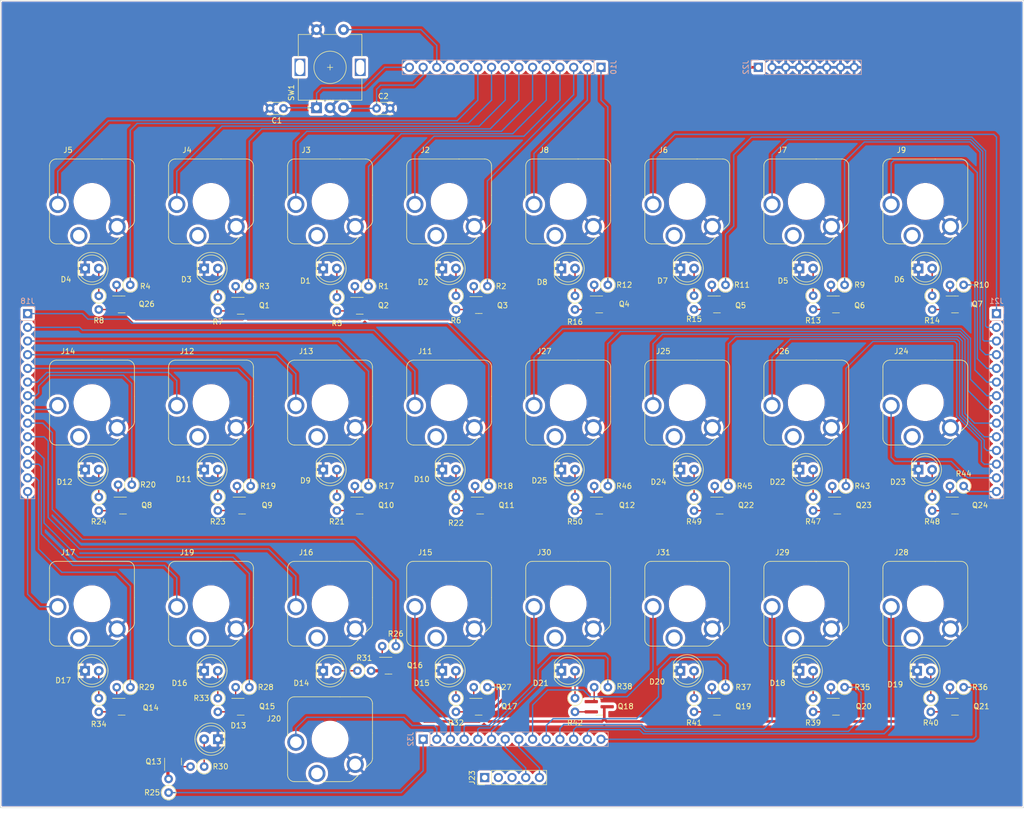
<source format=kicad_pcb>
(kicad_pcb (version 20221018) (generator pcbnew)
  (layers (0 "F.Cu" signal) (31 "B.Cu" signal) (34 "B.Paste" user) (35 "F.Paste" user) (36 "B.SilkS" user "B.Silkscreen") (37 "F.SilkS" user "F.Silkscreen") (38 "B.Mask" user) (39 "F.Mask" user) (44 "Edge.Cuts" user))
  (net 0 "")
  (net 1 "GND")
  (net 2 "Net-(D1-A)")
  (net 3 "Net-(D2-A)")
  (net 4 "Net-(D3-A)")
  (net 5 "Net-(D4-A)")
  (net 6 "Net-(D5-A)")
  (net 7 "Net-(D6-A)")
  (net 8 "Net-(D7-A)")
  (net 9 "Net-(D8-A)")
  (net 10 "Net-(D9-A)")
  (net 11 "Net-(D10-A)")
  (net 12 "Net-(D11-A)")
  (net 13 "Net-(D12-A)")
  (net 14 "Net-(D13-A)")
  (net 15 "Net-(D14-A)")
  (net 16 "Net-(D15-A)")
  (net 17 "Net-(D16-A)")
  (net 18 "Net-(D17-A)")
  (net 21 "OUTPUT4")
  (net 22 "OUTPUT3")
  (net 23 "OUTPUT2")
  (net 24 "OUTPUT1")
  (net 25 "OUTPUT6")
  (net 26 "OUTPUT7")
  (net 27 "OUTPUT5")
  (net 28 "OUTPUT8")
  (net 29 "CLKOUT")
  (net 30 "CLKLED")
  (net 31 "OUTPUT12")
  (net 32 "OUTPUT10")
  (net 33 "OUTPUT11")
  (net 34 "OUTPUT9")
  (net 35 "CC4")
  (net 36 "CC3")
  (net 37 "CC1")
  (net 38 "CC2")
  (net 39 "MIDI4")
  (net 40 "MIDI5")
  (net 41 "CC1LED")
  (net 42 "CC2LED")
  (net 43 "CC3LED")
  (net 44 "CC4LED")
  (net 45 "OUT1LED")
  (net 46 "OUT2LED")
  (net 47 "OUT3LED")
  (net 48 "OUT4LED")
  (net 49 "OUT5LED")
  (net 50 "OUT6LED")
  (net 51 "OUT7LED")
  (net 52 "OUT8LED")
  (net 53 "OUT9LED")
  (net 54 "OUT10LED")
  (net 55 "OUT11LED")
  (net 56 "OUT12LED")
  (net 57 "+12V")
  (net 61 "Net-(Q1-E)")
  (net 62 "Net-(Q1-B)")
  (net 63 "Net-(Q2-E)")
  (net 64 "Net-(Q2-B)")
  (net 65 "Net-(Q3-E)")
  (net 66 "Net-(Q3-B)")
  (net 67 "Net-(Q4-E)")
  (net 68 "Net-(Q4-B)")
  (net 69 "Net-(Q5-E)")
  (net 70 "Net-(Q5-B)")
  (net 71 "Net-(Q6-E)")
  (net 72 "Net-(Q6-B)")
  (net 73 "Net-(Q7-E)")
  (net 74 "Net-(Q7-B)")
  (net 75 "Net-(Q8-E)")
  (net 76 "Net-(Q8-B)")
  (net 77 "Net-(Q9-E)")
  (net 78 "Net-(Q9-B)")
  (net 79 "Net-(Q10-E)")
  (net 80 "Net-(Q10-B)")
  (net 81 "Net-(Q11-E)")
  (net 82 "Net-(Q11-B)")
  (net 83 "Net-(Q12-E)")
  (net 84 "Net-(Q12-B)")
  (net 85 "Net-(Q13-E)")
  (net 86 "Net-(Q13-B)")
  (net 87 "Net-(Q14-E)")
  (net 88 "Net-(Q14-B)")
  (net 89 "Net-(Q15-E)")
  (net 90 "Net-(Q15-B)")
  (net 91 "Net-(Q16-E)")
  (net 92 "Net-(Q16-B)")
  (net 93 "Net-(Q17-E)")
  (net 94 "Net-(Q17-B)")
  (net 95 "ENCB")
  (net 96 "ENCA")
  (net 97 "ENCSW")
  (net 98 "Net-(D18-A)")
  (net 99 "Net-(D19-A)")
  (net 100 "Net-(D20-A)")
  (net 101 "Net-(D21-A)")
  (net 102 "Net-(D22-A)")
  (net 103 "Net-(D23-A)")
  (net 104 "Net-(D24-A)")
  (net 105 "Net-(D25-A)")
  (net 106 "OUTPUT16")
  (net 107 "OUTPUT14")
  (net 108 "OUTPUT15")
  (net 109 "OUTPUT13")
  (net 110 "CC8")
  (net 111 "CC7")
  (net 112 "CC5")
  (net 113 "CC6")
  (net 114 "OUT13LED")
  (net 115 "OUT14LED")
  (net 116 "OUT15LED")
  (net 117 "OUT16LED")
  (net 118 "CC5LED")
  (net 119 "CC6LED")
  (net 120 "CC7LED")
  (net 121 "CC8LED")
  (net 122 "Net-(Q18-B)")
  (net 123 "Net-(Q18-E)")
  (net 124 "Net-(Q19-B)")
  (net 125 "Net-(Q19-E)")
  (net 126 "Net-(Q20-B)")
  (net 127 "Net-(Q20-E)")
  (net 128 "Net-(Q21-B)")
  (net 129 "Net-(Q21-E)")
  (net 130 "Net-(Q22-B)")
  (net 131 "Net-(Q22-E)")
  (net 132 "Net-(Q23-B)")
  (net 133 "Net-(Q23-E)")
  (net 134 "Net-(Q24-B)")
  (net 135 "Net-(Q24-E)")
  (net 136 "Net-(Q26-B)")
  (net 137 "Net-(Q26-E)")
  (footprint "Resistor_THT:R_Axial_DIN0207_L6.3mm_D2.5mm_P2.54mm_Vertical" (layer "F.Cu") (at 187.96 153.924 -90)
    (fp_text reference "R16")
    (fp_text value "1K")
  )
  (footprint "Resistor_THT:R_Axial_DIN0207_L6.3mm_D2.5mm_P2.54mm_Vertical" (layer "F.Cu") (at 105.439 226.568 180)
    (fp_text reference "R29")
    (fp_text value "10K")
  )
  (footprint "Resistor_THT:R_Axial_DIN0207_L6.3mm_D2.5mm_P2.54mm_Vertical" (layer "F.Cu") (at 99.568 153.924 -90)
    (fp_text reference "R8")
    (fp_text value "1K")
  )
  (footprint "112APCX:SOT-23-WIDE" (layer "F.Cu") (at 104.0615 192.852)
    (fp_text reference "Q8")
    (fp_text value "MMBT3904")
  )
  (footprint "Resistor_THT:R_Axial_DIN0207_L6.3mm_D2.5mm_P2.54mm_Vertical" (layer "F.Cu") (at 121.666 228.6 -90)
    (fp_text reference "R33")
    (fp_text value "1K")
  )
  (footprint "112APCX:SOT-23-WIDE" (layer "F.Cu") (at 125.9055 230.19)
    (fp_text reference "Q15")
    (fp_text value "MMBT3904")
  )
  (footprint "112APCX:SWITCHCRAFT_112APCX" (layer "F.Cu") (at 142.494 173.736)
    (fp_text reference "J13")
    (fp_text value "OUT11")
  )
  (footprint "112APCX:SOT-23-WIDE" (layer "F.Cu") (at 192.4535 192.852)
    (fp_text reference "Q12")
    (fp_text value "MMBT3904")
  )
  (footprint "112APCX:SOT-23-WIDE" (layer "F.Cu") (at 125.9055 155.768)
    (fp_text reference "Q1")
    (fp_text value "MMBT3904")
  )
  (footprint "LED_THT:LED_D5.0mm" (layer "F.Cu") (at 119.126 148.844)
    (fp_text reference "D3")
    (fp_text value "LED")
  )
  (footprint "112APCX:SOT-23-WIDE" (layer "F.Cu") (at 170.0725 230.19)
    (fp_text reference "Q17")
    (fp_text value "MMBT3904")
  )
  (footprint "112APCX:SWITCHCRAFT_112APCX" (layer "F.Cu") (at 208.788 136.398)
    (fp_text reference "J6")
    (fp_text value "OUT6")
  )
  (footprint "112APCX:SOT-23-WIDE" (layer "F.Cu") (at 258.4935 192.852)
    (fp_text reference "Q24")
    (fp_text value "MMBT3904")
  )
  (footprint "LED_THT:LED_D5.0mm" (layer "F.Cu") (at 207.518 148.844)
    (fp_text reference "D7")
    (fp_text value "LED")
  )
  (footprint "Resistor_THT:R_Axial_DIN0207_L6.3mm_D2.5mm_P2.54mm_Vertical" (layer "F.Cu") (at 260.096 189.23 180)
    (fp_text reference "R44")
    (fp_text value "10K")
  )
  (footprint "112APCX:SOT-23-WIDE" (layer "F.Cu") (at 258.4935 230.19)
    (fp_text reference "Q21")
    (fp_text value "MMBT3904")
  )
  (footprint "Resistor_THT:R_Axial_DIN0207_L6.3mm_D2.5mm_P2.54mm_Vertical" (layer "F.Cu") (at 171.704 152.146 180)
    (fp_text reference "R2")
    (fp_text value "10K")
  )
  (footprint "112APCX:SOT-23-WIDE" (layer "F.Cu") (at 170.1015 155.636)
    (fp_text reference "Q3")
    (fp_text value "MMBT3904")
  )
  (footprint "112APCX:SWITCHCRAFT_112APCX" (layer "F.Cu") (at 98.298 211.074)
    (fp_text reference "J17")
    (fp_text value "V/OCT")
  )
  (footprint "112APCX:SWITCHCRAFT_112APCX" (layer "F.Cu") (at 186.69 173.736)
    (fp_text reference "J27")
    (fp_text value "OUT13")
  )
  (footprint "Resistor_THT:R_Axial_DIN0207_L6.3mm_D2.5mm_P2.54mm_Vertical" (layer "F.Cu") (at 254.254 191.262 -90)
    (fp_text reference "R48")
    (fp_text value "1K")
  )
  (footprint "112APCX:SWITCHCRAFT_112APCX" (layer "F.Cu") (at 120.396 211.074)
    (fp_text reference "J19")
    (fp_text value "PITCHBEND")
  )
  (footprint "LED_THT:LED_D5.0mm" (layer "F.Cu") (at 229.616 186.182)
    (fp_text reference "D22")
    (fp_text value "LED")
  )
  (footprint "112APCX:SWITCHCRAFT_112APCX" (layer "F.Cu") (at 142.494 236.22)
    (fp_text reference "J20")
    (fp_text value "TRIGGEROUT")
  )
  (footprint "Resistor_THT:R_Axial_DIN0207_L6.3mm_D2.5mm_P2.54mm_Vertical" (layer "F.Cu") (at 232.156 191.233 -90)
    (fp_text reference "R47")
    (fp_text value "1K")
  )
  (footprint "Resistor_THT:R_Axial_DIN0207_L6.3mm_D2.5mm_P2.54mm_Vertical" (layer "F.Cu") (at 210.058 191.262 -90)
    (fp_text reference "R49")
    (fp_text value "1K")
  )
  (footprint "LED_THT:LED_D5.0mm" (layer "F.Cu") (at 119.121 223.52)
    (fp_text reference "D16")
    (fp_text value "LED")
  )
  (footprint "Resistor_THT:R_Axial_DIN0207_L6.3mm_D2.5mm_P2.54mm_Vertical" (layer "F.Cu") (at 254 228.6 -90)
    (fp_text reference "R40")
    (fp_text value "1K")
  )
  (footprint "112APCX:SOT-23-WIDE" (layer "F.Cu") (at 236.3955 155.514)
    (fp_text reference "Q6")
    (fp_text value "MMBT3904")
  )
  (footprint "LED_THT:LED_D5.0mm" (layer "F.Cu") (at 251.46 223.52)
    (fp_text reference "D19")
    (fp_text value "LED")
  )
  (footprint "Resistor_THT:R_Axial_DIN0207_L6.3mm_D2.5mm_P2.54mm_Vertical" (layer "F.Cu") (at 260.096 226.568 180)
    (fp_text reference "R36")
    (fp_text value "10K")
  )
  (footprint "Resistor_THT:R_Axial_DIN0207_L6.3mm_D2.5mm_P2.54mm_Vertical" (layer "F.Cu") (at 143.764 154.178 -90)
    (fp_text reference "R5")
    (fp_text value "1K")
  )
  (footprint "Resistor_THT:R_Axial_DIN0207_L6.3mm_D2.5mm_P2.54mm_Vertical" (layer "F.Cu") (at 105.41 151.892 180)
    (fp_text reference "R4")
    (fp_text value "10K")
  )
  (footprint "Resistor_THT:R_Axial_DIN0207_L6.3mm_D2.5mm_P2.54mm_Vertical" (layer "F.Cu") (at 171.958 189.23 180)
    (fp_text reference "R18")
    (fp_text value "10K")
  )
  (footprint "112APCX:SWITCHCRAFT_112APCX" (layer "F.Cu") (at 98.298 173.736)
    (fp_text reference "J14")
    (fp_text value "OUT9")
  )
  (footprint "Resistor_THT:R_Axial_DIN0207_L6.3mm_D2.5mm_P2.54mm_Vertical" (layer "F.Cu") (at 105.693 188.976 180)
    (fp_text reference "R20")
    (fp_text value "10K")
  )
  (footprint "Connector_PinHeader_2.54mm:PinHeader_1x05_P2.54mm_Vertical" (layer "F.Cu") (at 171.196 243.332 90)
    (fp_text reference "J23")
    (fp_text value "DIN-5_180degree")
  )
  (footprint "LED_THT:LED_D5.0mm" (layer "F.Cu") (at 97.028 148.844)
    (fp_text reference "D4")
    (fp_text value "LED")
  )
  (footprint "Rotary_Encoder:RotaryEncoder_Alps_EC11E-Switch_Vertical_H20mm" (layer "F.Cu") (at 139.994 119.01 90)
    (fp_text reference "SW1")
    (fp_text value "RotaryEncoder_Switch")
  )
  (footprint "112APCX:SWITCHCRAFT_112APCX" (layer "F.Cu") (at 164.592 211.074)
    (fp_text reference "J15")
    (fp_text value "TRIGGEROUT")
  )
  (footprint "112APCX:SWITCHCRAFT_112APCX" (layer "F.Cu") (at 252.984 136.398)
    (fp_text reference "J9")
    (fp_text value "OUT8")
  )
  (footprint "Capacitor_THT:C_Disc_D3.0mm_W2.0mm_P2.50mm" (layer "F.Cu") (at 133.858 119.126 180)
    (fp_text reference "C1")
    (fp_text value "0.01uF")
  )
  (footprint "Resistor_THT:R_Axial_DIN0207_L6.3mm_D2.5mm_P2.54mm_Vertical" (layer "F.Cu") (at 154.715 218.948 180)
    (fp_text reference "R26")
    (fp_text value "10K")
  )
  (footprint "Resistor_THT:R_Axial_DIN0207_L6.3mm_D2.5mm_P2.54mm_Vertical" (layer "F.Cu") (at 254.254 153.924 -90)
    (fp_text reference "R14")
    (fp_text value "1K")
  )
  (footprint "Resistor_THT:R_Axial_DIN0207_L6.3mm_D2.5mm_P2.54mm_Vertical" (layer "F.Cu") (at 127.508 226.568 180)
    (fp_text reference "R28")
    (fp_text value "10K")
  )
  (footprint "112APCX:SOT-23-WIDE" (layer "F.Cu") (at 153.3375 222.57)
    (fp_text reference "Q16")
    (fp_text value "MMBT3904")
  )
  (footprint "Resistor_THT:R_Axial_DIN0207_L6.3mm_D2.5mm_P2.54mm_Vertical" (layer "F.Cu") (at 119.126 241.3 180)
    (fp_text reference "R30")
    (fp_text value "1K")
  )
  (footprint "Resistor_THT:R_Axial_DIN0207_L6.3mm_D2.5mm_P2.54mm_Vertical" (layer "F.Cu") (at 112.522 246.126 90)
    (fp_text reference "R25")
    (fp_text value "10K")
  )
  (footprint "LED_THT:LED_D5.0mm" (layer "F.Cu") (at 121.666 236.22 180)
    (fp_text reference "D13")
    (fp_text value "LED")
  )
  (footprint "112APCX:SOT-23-WIDE" (layer "F.Cu") (at 170.3555 192.852)
    (fp_text reference "Q11")
    (fp_text value "MMBT3904")
  )
  (footprint "112APCX:SOT-23-WIDE" (layer "F.Cu") (at 126.1595 192.852)
    (fp_text reference "Q9")
    (fp_text value "MMBT3904")
  )
  (footprint "112APCX:SWITCHCRAFT_112APCX" (layer "F.Cu") (at 252.984 173.736)
    (fp_text reference "J24")
    (fp_text value "OUT16")
  )
  (footprint "Resistor_THT:R_Axial_DIN0207_L6.3mm_D2.5mm_P2.54mm_Vertical" (layer "F.Cu") (at 210.058 228.6 -90)
    (fp_text reference "R41")
    (fp_text value "1K")
  )
  (footprint "LED_THT:LED_D5.0mm" (layer "F.Cu") (at 185.42 148.844)
    (fp_text reference "D8")
    (fp_text value "LED")
  )
  (footprint "Resistor_THT:R_Axial_DIN0207_L6.3mm_D2.5mm_P2.54mm_Vertical" (layer "F.Cu") (at 99.568 191.262 -90)
    (fp_text reference "R24")
    (fp_text value "1K")
  )
  (footprint "112APCX:SOT-23-WIDE" (layer "F.Cu") (at 214.8055 192.852)
    (fp_text reference "Q22")
    (fp_text value "MMBT3904")
  )
  (footprint "112APCX:SWITCHCRAFT_112APCX" (layer "F.Cu") (at 164.592 136.398)
    (fp_text reference "J2")
    (fp_text value "OUT4")
  )
  (footprint "LED_THT:LED_D5.0mm" (layer "F.Cu") (at 141.219 148.844)
    (fp_text reference "D1")
    (fp_text value "LED")
  )
  (footprint "LED_THT:LED_D5.0mm" (layer "F.Cu") (at 163.317 223.52)
    (fp_text reference "D15")
    (fp_text value "LED")
  )
  (footprint "LED_THT:LED_D5.0mm" (layer "F.Cu") (at 207.518 186.182)
    (fp_text reference "D24")
    (fp_text value "LED")
  )
  (footprint "LED_THT:LED_D5.0mm" (layer "F.Cu") (at 229.616 148.844)
    (fp_text reference "D5")
    (fp_text value "LED")
  )
  (footprint "LED_THT:LED_D5.0mm" (layer "F.Cu") (at 185.42 223.52)
    (fp_text reference "D21")
    (fp_text value "LED")
  )
  (footprint "112APCX:SOT-23-WIDE" (layer "F.Cu") (at 103.8075 155.514)
    (fp_text reference "Q26")
    (fp_text value "MMBT3904")
  )
  (footprint "Resistor_THT:R_Axial_DIN0207_L6.3mm_D2.5mm_P2.54mm_Vertical" (layer "F.Cu") (at 149.635 189.23 180)
    (fp_text reference "R17")
    (fp_text value "10K")
  )
  (footprint "Resistor_THT:R_Axial_DIN0207_L6.3mm_D2.5mm_P2.54mm_Vertical" (layer "F.Cu") (at 260.096 151.892 180)
    (fp_text reference "R10")
    (fp_text value "10K")
  )
  (footprint "LED_THT:LED_D5.0mm" (layer "F.Cu") (at 97.023 186.182)
    (fp_text reference "D12")
    (fp_text value "LED")
  )
  (footprint "112APCX:SWITCHCRAFT_112APCX" (layer "F.Cu") (at 186.69 211.074)
    (fp_text reference "J30")
    (fp_text value "V/OCT")
  )
  (footprint "Capacitor_THT:C_Disc_D3.0mm_W2.0mm_P2.50mm" (layer "F.Cu") (at 151.13 119.126)
    (fp_text reference "C2")
    (fp_text value "0.01uF")
  )
  (footprint "Resistor_THT:R_Axial_DIN0207_L6.3mm_D2.5mm_P2.54mm_Vertical" (layer "F.Cu") (at 210.058 153.895 -90)
    (fp_text reference "R15")
    (fp_text value "1K")
  )
  (footprint "112APCX:SWITCHCRAFT_112APCX" (layer "F.Cu") (at 142.494 211.074)
    (fp_text reference "J16")
    (fp_text value "G8OUT")
  )
  (footprint "112APCX:SOT-23-WIDE" (layer "F.Cu") (at 214.2975 155.514)
    (fp_text reference "Q5")
    (fp_text value "MMBT3904")
  )
  (footprint "LED_THT:LED_D5.0mm" (layer "F.Cu") (at 163.322 148.844)
    (fp_text reference "D2")
    (fp_text value "LED")
  )
  (footprint "Resistor_THT:R_Axial_DIN0207_L6.3mm_D2.5mm_P2.54mm_Vertical" (layer "F.Cu") (at 127.762 189.23 180)
    (fp_text reference "R19")
    (fp_text value "10K")
  )
  (footprint "Resistor_THT:R_Axial_DIN0207_L6.3mm_D2.5mm_P2.54mm_Vertical" (layer "F.Cu") (at 237.998 226.568 180)
    (fp_text reference "R35")
    (fp_text value "10K")
  )
  (footprint "Resistor_THT:R_Axial_DIN0207_L6.3mm_D2.5mm_P2.54mm_Vertical" (layer "F.Cu") (at 194.056 151.892 180)
    (fp_text reference "R12")
    (fp_text value "10K")
  )
  (footprint "112APCX:SOT-23-WIDE" (layer "F.Cu") (at 236.6495 192.852)
    (fp_text reference "Q23")
    (fp_text value "MMBT3904")
  )
  (footprint "112APCX:SWITCHCRAFT_112APCX" (layer "F.Cu") (at 230.886 173.736)
    (fp_text reference "J26")
    (fp_text value "OUT15")
  )
  (footprint "Resistor_THT:R_Axial_DIN0207_L6.3mm_D2.5mm_P2.54mm_Vertical" (layer "F.Cu") (at 194.056 189.23 180)
    (fp_text reference "R46")
    (fp_text value "10K")
  )
  (footprint "Resistor_THT:R_Axial_DIN0207_L6.3mm_D2.5mm_P2.54mm_Vertical" (layer "F.Cu") (at 121.666 154.178 -90)
    (fp_text reference "R7")
    (fp_text value "1K")
  )
  (footprint "112APCX:SOT-23-WIDE" (layer "F.Cu") (at 236.3955 230.19)
    (fp_text reference "Q20")
    (fp_text value "MMBT3904")
  )
  (footprint "Resistor_THT:R_Axial_DIN0207_L6.3mm_D2.5mm_P2.54mm_Vertical" (layer "F.Cu") (at 149.635 152.146 180)
    (fp_text reference "R1")
    (fp_text value "10K")
  )
  (footprint "Resistor_THT:R_Axial_DIN0207_L6.3mm_D2.5mm_P2.54mm_Vertical" (layer "F.Cu") (at 187.96 228.6 -90)
    (fp_text reference "R42")
    (fp_text value "1K")
  )
  (footprint "Resistor_THT:R_Axial_DIN0207_L6.3mm_D2.5mm_P2.54mm_Vertical" (layer "F.Cu") (at 215.9 151.892 180)
    (fp_text reference "R11")
    (fp_text value "10K")
  )
  (footprint "112APCX:SWITCHCRAFT_112APCX" (layer "F.Cu") (at 208.788 173.736)
    (fp_text reference "J25")
    (fp_text value "OUT14")
  )
  (footprint "112APCX:SOT-23-WIDE" (layer "F.Cu") (at 148.0035 155.768)
    (fp_text reference "Q2")
    (fp_text value "MMBT3904")
  )
  (footprint "112APCX:SOT-23-WIDE" (layer "F.Cu") (at 258.4935 155.514)
    (fp_text reference "Q7")
    (fp_text value "MMBT3904")
  )
  (footprint "Resistor_THT:R_Axial_DIN0207_L6.3mm_D2.5mm_P2.54mm_Vertical" (layer "F.Cu") (at 165.862 153.924 -90)
    (fp_text reference "R6")
    (fp_text value "1K")
  )
  (footprint "112APCX:SWITCHCRAFT_112APCX" (layer "F.Cu") (at 164.592 173.736)
    (fp_text reference "J11")
    (fp_text value "OUT12")
  )
  (footprint "112APCX:SOT-23-WIDE" (layer "F.Cu") (at 192.4535 230.19)
    (fp_text reference "Q18")
    (fp_text value "MMBT3904")
  )
  (footprint "Resistor_THT:R_Axial_DIN0207_L6.3mm_D2.5mm_P2.54mm_Vertical" (layer "F.Cu") (at 121.666 191.233 -90)
    (fp_text reference "R23")
    (fp_text value "1K")
  )
  (footprint "112APCX:SWITCHCRAFT_112APCX" (layer "F.Cu") (at 208.788 211.074)
    (fp_text reference "J31")
    (fp_text value "PITCHBEND")
  )
  (footprint "112APCX:SWITCHCRAFT_112APCX" (layer "F.Cu") (at 252.984 211.074)
    (fp_text reference "J28")
    (fp_text value "TRIGGEROUT")
  )
  (footprint "112APCX:SWITCHCRAFT_112APCX" (layer "F.Cu") (at 120.396 173.736)
    (fp_text reference "J12")
    (fp_text value "OUT10")
  )
  (footprint "112APCX:SOT-23-WIDE" (layer "F.Cu") (at 103.8075 230.19)
    (fp_text reference "Q14")
    (fp_text value "MMBT3904")
  )
  (footprint "LED_THT:LED_D5.0mm" (layer "F.Cu") (at 97.023 223.52)
    (fp_text reference "D17")
    (fp_text value "LED")
  )
  (footprint "LED_THT:LED_D5.0mm" (layer "F.Cu") (at 185.415 186.182)
    (fp_text reference "D25")
    (fp_text value "LED")
  )
  (footprint "112APCX:SWITCHCRAFT_112APCX" (layer "F.Cu") (at 142.494 136.398)
    (fp_text reference "J3")
    (fp_text value "OUT3")
  )
  (footprint "LED_THT:LED_D5.0mm" (layer "F.Cu") (at 251.714 148.844)
    (fp_text reference "D6")
    (fp_text value "LED")
  )
  (footprint "LED_THT:LED_D5.0mm" (layer "F.Cu") (at 229.616 223.52)
    (fp_text reference "D18")
    (fp_text value "LED")
  )
  (footprint "Resistor_THT:R_Axial_DIN0207_L6.3mm_D2.5mm_P2.54mm_Vertical" (layer "F.Cu") (at 147.574 223.52)
    (fp_text reference "R31")
    (fp_text value "1K")
  )
  (footprint "112APCX:SOT-23-WIDE" (layer "F.Cu") (at 148.0035 192.852)
    (fp_text reference "Q10")
    (fp_text value "MMBT3904")
  )
  (footprint "LED_THT:LED_D5.0mm" (layer "F.Cu") (at 141.219 223.52)
    (fp_text reference "D14")
    (fp_text value "LED")
  )
  (footprint "112APCX:SWITCHCRAFT_112APCX" (layer "F.Cu") (at 230.886 211.074)
    (fp_text reference "J29")
    (fp_text value "G8OUT")
  )
  (footprint "Resistor_THT:R_Axial_DIN0207_L6.3mm_D2.5mm_P2.54mm_Vertical" (layer "F.Cu") (at 194.056 226.568 180)
    (fp_text reference "R38")
    (fp_text value "10K")
  )
  (footprint "112APCX:SWITCHCRAFT_112APCX" (layer "F.Cu") (at 230.886 136.398)
    (fp_text reference "J7")
    (fp_text value "OUT7")
  )
  (footprint "112APCX:SWITCHCRAFT_112APCX" (layer "F.Cu") (at 120.396 136.398)
    (fp_text reference "J4")
    (fp_text value "OUT2")
  )
  (footprint "Resistor_THT:R_Axial_DIN0207_L6.3mm_D2.5mm_P2.54mm_Vertical" (layer "F.Cu") (at 127.508 152.146 180)
    (fp_text reference "R3")
    (fp_text value "10K")
  )
  (footprint "LED_THT:LED_D5.0mm" (layer "F.Cu") (at 163.322 186.182)
    (fp_text reference "D10")
    (fp_text value "LED")
  )
  (footprint "112APCX:SOT-23-WIDE" (layer "F.Cu") (at 192.4535 155.514)
    (fp_text reference "Q4")
    (fp_text value "MMBT3904")
  )
  (footprint "112APCX:SWITCHCRAFT_112APCX" (layer "F.Cu") (at 186.69 136.398)
    (fp_text reference "J8")
    (fp_text value "OUT5")
  )
  (footprint "LED_THT:LED_D5.0mm" (layer "F.Cu") (at 207.518 223.52)
    (fp_text reference "D20")
    (fp_text value "LED")
  )
  (footprint "Resistor_THT:R_Axial_DIN0207_L6.3mm_D2.5mm_P2.54mm_Vertical" (layer "F.Cu") (at 216.437 189.23 180)
    (fp_text reference "R45")
    (fp_text value "10K")
  )
  (footprint "Resistor_THT:R_Axial_DIN0207_L6.3mm_D2.5mm_P2.54mm_Vertical" (layer "F.Cu") (at 237.998 151.892 180)
    (fp_text reference "R9")
    (fp_text value "10K")
  )
  (footprint "Resistor_THT:R_Axial_DIN0207_L6.3mm_D2.5mm_P2.54mm_Vertical" (layer "F.Cu") (at 171.704 226.568 180)
    (fp_text reference "R27")
    (fp_text value "10K")
  )
  (footprint "Resistor_THT:R_Axial_DIN0207_L6.3mm_D2.5mm_P2.54mm_Vertical" (layer "F.Cu") (at 165.862 228.6 -90)
    (fp_text reference "R32")
    (fp_text value "1K")
  )
  (footprint "Resistor_THT:R_Axial_DIN0207_L6.3mm_D2.5mm_P2.54mm_Vertical" (layer "F.Cu") (at 232.156 153.895 -90)
    (fp_text reference "R13")
    (fp_text value "1K")
  )
  (footprint "Resistor_THT:R_Axial_DIN0207_L6.3mm_D2.5mm_P2.54mm_Vertical" (layer "F.Cu") (at 187.96 191.262 -90)
    (fp_text reference "R50")
    (fp_text value "1K")
  )
  (footprint "Resistor_THT:R_Axial_DIN0207_L6.3mm_D2.5mm_P2.54mm_Vertical" (layer "F.Cu") (at 99.568 228.6 -90)
    (fp_text reference "R34")
    (fp_text value "1K")
  )
  (footprint "Resistor_THT:R_Axial_DIN0207_L6.3mm_D2.5mm_P2.54mm_Vertical" (layer "F.Cu") (at 215.9 226.568 180)
    (fp_text reference "R37")
    (fp_text value "10K")
  )
  (footprint "112APCX:SWITCHCRAFT_112APCX" (layer "F.Cu") (at 98.298 136.398)
    (fp_text reference "J5")
    (fp_text value "OUT1")
  )
  (footprint "Resistor_THT:R_Axial_DIN0207_L6.3mm_D2.5mm_P2.54mm_Vertical" (layer "F.Cu") (at 238.252 189.23 180)
    (fp_text reference "R43")
    (fp_text value "10K")
  )
  (footprint "Resistor_THT:R_Axial_DIN0207_L6.3mm_D2.5mm_P2.54mm_Vertical" (layer "F.Cu") (at 165.862 191.262 -90)
    (fp_text reference "R22")
    (fp_text value "1K")
  )
  (footprint "112APCX:SOT-23-WIDE" (layer "F.Cu") (at 113.35 240.3625 90)
    (fp_text reference "Q13")
    (fp_text value "MMBT3904")
  )
  (footprint "LED_THT:LED_D5.0mm" (layer "F.Cu") (at 119.126 186.182)
    (fp_text reference "D11")
    (fp_text value "LED")
  )
  (footprint "112APCX:SOT-23-WIDE" (layer "F.Cu") (at 214.2975 230.19)
    (fp_text reference "Q19")
    (fp_text value "MMBT3904")
  )
  (footprint "LED_THT:LED_D5.0mm" (layer "F.Cu") (at 141.224 186.182)
    (fp_text reference "D9")
    (fp_text value "LED")
  )
  (footprint "Resistor_THT:R_Axial_DIN0207_L6.3mm_D2.5mm_P2.54mm_Vertical" (layer "F.Cu") (at 232.156 228.6 -90)
    (fp_text reference "R39")
    (fp_text value "1K")
  )
  (footprint "Resistor_THT:R_Axial_DIN0207_L6.3mm_D2.5mm_P2.54mm_Vertical" (layer "F.Cu") (at 143.764 191.233 -90)
    (fp_text reference "R21")
    (fp_text value "1K")
  )
  (footprint "LED_THT:LED_D5.0mm" (layer "F.Cu") (at 251.714 186.182)
    (fp_text reference "D23")
    (fp_text value "LED")
  )
  (footprint "Connector_PinHeader_2.54mm:PinHeader_1x14_P2.54mm_Vertical" (layer "B.Cu") (at 86.36 157.226 180)
    (fp_text reference "J18")
    (fp_text value "Conn_01x14")
  )
  (footprint "Connector_PinHeader_2.54mm:PinHeader_1x14_P2.54mm_Vertical" (layer "B.Cu") (at 266.192 157.226 180)
    (fp_text reference "J21")
    (fp_text value "Conn_01x14")
  )
  (footprint "Connector_PinHeader_2.54mm:PinHeader_1x15_P2.54mm_Vertical" (layer "B.Cu") (at 192.786 111.506 90)
    (fp_text reference "J10")
    (fp_text value "Conn_01x15")
  )
  (footprint "Connector_PinHeader_2.54mm:PinHeader_1x14_P2.54mm_Vertical" (layer "B.Cu") (at 159.766 236.22 -90)
    (fp_text reference "J32")
    (fp_text value "Conn_01x14")
  )
  (footprint "Connector_PinHeader_2.54mm:PinHeader_1x08_P2.54mm_Vertical" (layer "B.Cu") (at 221.996 111.506 -90)
    (fp_text reference "J22")
    (fp_text value "Conn_01x08")
  )
  (gr_line (start 81.28 248.92) (end 271.272 248.92) (stroke (width 0.1)) (layer "Edge.Cuts"))
  (gr_line (start 271.272 248.92) (end 271.272 99.06) (stroke (width 0.1)) (layer "Edge.Cuts"))
  (gr_line (start 81.28 99.06) (end 81.28 248.92) (stroke (width 0.1)) (layer "Edge.Cuts"))
  (gr_line (start 271.272 99.06) (end 81.28 99.06) (stroke (width 0.1)) (layer "Edge.Cuts"))
  (segment (start 143.759 148.844) (end 143.759 154.173) (width 0.25) (layer "F.Cu") (net 2))
  (segment (start 143.759 154.173) (end 143.764 154.178) (width 0.25) (layer "F.Cu") (net 2))
  (segment (start 165.862 148.844) (end 165.862 153.924) (width 0.25) (layer "F.Cu") (net 3))
  (segment (start 121.666 148.844) (end 121.666 154.178) (width 0.25) (layer "F.Cu") (net 4))
  (segment (start 99.568 148.844) (end 99.568 153.924) (width 0.25) (layer "F.Cu") (net 5))
  (segment (start 232.156 148.844) (end 232.156 153.895) (width 0.25) (layer "F.Cu") (net 6))
  (segment (start 254.254 148.844) (end 254.254 153.924) (width 0.25) (layer "F.Cu") (net 7))
  (segment (start 210.058 148.844) (end 210.058 153.895) (width 0.25) (layer "F.Cu") (net 8))
  (segment (start 187.96 148.844) (end 187.96 153.924) (width 0.25) (layer "F.Cu") (net 9))
  (segment (start 143.764 186.182) (end 143.764 191.233) (width 0.25) (layer "F.Cu") (net 10))
  (segment (start 165.862 186.182) (end 165.862 191.262) (width 0.25) (layer "F.Cu") (net 11))
  (segment (start 121.666 186.182) (end 121.666 191.233) (width 0.25) (layer "F.Cu") (net 12))
  (segment (start 99.563 191.257) (end 99.568 191.262) (width 0.25) (layer "F.Cu") (net 13))
  (segment (start 99.563 186.182) (end 99.563 191.257) (width 0.25) (layer "F.Cu") (net 13))
  (segment (start 119.126 236.22) (end 119.126 241.3) (width 0.25) (layer "F.Cu") (net 14))
  (segment (start 143.759 223.52) (end 147.574 223.52) (width 0.25) (layer "F.Cu") (net 15))
  (segment (start 165.857 223.52) (end 165.857 228.595) (width 0.25) (layer "F.Cu") (net 16))
  (segment (start 165.857 228.595) (end 165.862 228.6) (width 0.25) (layer "F.Cu") (net 16))
  (segment (start 121.661 228.595) (end 121.666 228.6) (width 0.25) (layer "F.Cu") (net 17))
  (segment (start 121.661 223.52) (end 121.661 228.595) (width 0.25) (layer "F.Cu") (net 17))
  (segment (start 99.563 223.52) (end 99.563 228.595) (width 0.25) (layer "F.Cu") (net 18))
  (segment (start 99.563 228.595) (end 99.568 228.6) (width 0.25) (layer "F.Cu") (net 18))
  (segment (start 161.798 124.286) (end 178.482 124.286) (width 0.25) (layer "B.Cu") (net 21))
  (segment (start 178.482 124.286) (end 185.166 117.602) (width 0.25) (layer "B.Cu") (net 21))
  (segment (start 158.242 127.842) (end 161.798 124.286) (width 0.25) (layer "B.Cu") (net 21))
  (segment (start 158.242 136.9568) (end 158.242 127.842) (width 0.25) (layer "B.Cu") (net 21))
  (segment (start 185.166 117.602) (end 185.166 111.506) (width 0.25) (layer "B.Cu") (net 21))
  (segment (start 136.144 136.9568) (end 136.144 125.418) (width 0.25) (layer "B.Cu") (net 22))
  (segment (start 180.086 117.602) (end 180.086 111.506) (width 0.25) (layer "B.Cu") (net 22))
  (segment (start 136.144 125.418) (end 138.176 123.386) (width 0.25) (layer "B.Cu") (net 22))
  (segment (start 138.176 123.386) (end 174.302 123.386) (width 0.25) (layer "B.Cu") (net 22))
  (segment (start 174.302 123.386) (end 180.086 117.602) (width 0.25) (layer "B.Cu") (net 22))
  (segment (start 175.006 111.506) (end 175.006 117.602) (width 0.25) (layer "B.Cu") (net 23))
  (segment (start 175.006 117.602) (end 170.18 122.428) (width 0.25) (layer "B.Cu") (net 23))
  (segment (start 170.18 122.428) (end 122.428 122.428) (width 0.25) (layer "B.Cu") (net 23))
  (segment (start 122.428 122.428) (end 114.046 130.81) (width 0.25) (layer "B.Cu") (net 23))
  (segment (start 114.046 130.81) (end 114.046 136.9568) (width 0.25) (layer "B.Cu") (net 23))
  (segment (start 169.926 117.602) (end 166.116 121.412) (width 0.25) (layer "B.Cu") (net 24))
  (segment (start 101.346 121.412) (end 91.948 130.81) (width 0.25) (layer "B.Cu") (net 24))
  (segment (start 166.116 121.412) (end 101.346 121.412) (width 0.25) (layer "B.Cu") (net 24))
  (segment (start 169.926 111.506) (end 169.926 117.602) (width 0.25) (layer "B.Cu") (net 24))
  (segment (start 91.948 130.81) (end 91.948 136.9568) (width 0.25) (layer "B.Cu") (net 24))
  (segment (start 206.502 123.952) (end 265.684 123.952) (width 0.25) (layer "B.Cu") (net 25))
  (segment (start 265.684 123.952) (end 266.192 124.46) (width 0.25) (layer "B.Cu") (net 25))
  (segment (start 202.438 136.9568) (end 202.438 128.016) (width 0.25) (layer "B.Cu") (net 25))
  (segment (start 202.438 128.016) (end 206.502 123.952) (width 0.25) (layer "B.Cu") (net 25))
  (segment (start 266.192 124.46) (end 266.192 157.226) (width 0.25) (layer "B.Cu") (net 25))
  (segment (start 263.906 162.306) (end 263.652 162.052) (width 0.25) (layer "B.Cu") (net 26))
  (segment (start 261.433604 124.91) (end 227.388 124.91) (width 0.25) (layer "B.Cu") (net 26))
  (segment (start 263.652 162.052) (end 263.652 127.128396) (width 0.25) (layer "B.Cu") (net 26))
  (segment (start 263.652 127.128396) (end 261.433604 124.91) (width 0.25) (layer "B.Cu") (net 26))
  (segment (start 266.192 162.306) (end 263.906 162.306) (width 0.25) (layer "B.Cu") (net 26))
  (segment (start 224.536 127.762) (end 224.536 136.9568) (width 0.25) (layer "B.Cu") (net 26))
  (segment (start 227.388 124.91) (end 224.536 127.762) (width 0.25) (layer "B.Cu") (net 26))
  (segment (start 180.34 136.9568) (end 180.34 127.508) (width 0.25) (layer "B.Cu") (net 27))
  (segment (start 190.246 117.602) (end 190.246 111.506) (width 0.25) (layer "B.Cu") (net 27))
  (segment (start 180.34 127.508) (end 190.246 117.602) (width 0.25) (layer "B.Cu") (net 27))
  (segment (start 260.35 128.778) (end 247.142 128.778) (width 0.25) (layer "B.Cu") (net 28))
  (segment (start 266.192 167.386) (end 264.414 167.386) (width 0.25) (layer "B.Cu") (net 28))
  (segment (start 262.636 165.608) (end 262.636 131.064) (width 0.25) (layer "B.Cu") (net 28))
  (segment (start 247.142 128.778) (end 246.634 129.286) (width 0.25) (layer "B.Cu") (net 28))
  (segment (start 246.634 129.286) (end 246.634 136.9568) (width 0.25) (layer "B.Cu") (net 28))
  (segment (start 262.636 131.064) (end 260.35 128.778) (width 0.25) (layer "B.Cu") (net 28))
  (segment (start 264.414 167.386) (end 262.636 165.608) (width 0.25) (layer "B.Cu") (net 28))
  (segment (start 161.798 233.68) (end 162.306 234.188) (width 0.25) (layer "B.Cu") (net 29))
  (segment (start 156.21 232.156) (end 157.734 233.68) (width 0.25) (layer "B.Cu") (net 29))
  (segment (start 157.734 233.68) (end 161.798 233.68) (width 0.25) (layer "B.Cu") (net 29))
  (segment (start 136.144 234.188) (end 138.176 232.156) (width 0.25) (layer "B.Cu") (net 29))
  (segment (start 138.176 232.156) (end 156.21 232.156) (width 0.25) (layer "B.Cu") (net 29))
  (segment (start 162.306 234.188) (end 162.306 236.22) (width 0.25) (layer "B.Cu") (net 29))
  (segment (start 136.144 236.7788) (end 136.144 234.188) (width 0.25) (layer "B.Cu") (net 29))
  (segment (start 112.522 246.126) (end 155.702 246.126) (width 0.25) (layer "B.Cu") (net 30))
  (segment (start 155.702 246.126) (end 159.766 242.062) (width 0.25) (layer "B.Cu") (net 30))
  (segment (start 159.766 242.062) (end 159.766 236.22) (width 0.25) (layer "B.Cu") (net 30))
  (segment (start 96.012 159.766) (end 96.52 160.274) (width 0.25) (layer "B.Cu") (net 31))
  (segment (start 150.622 160.274) (end 158.242 167.894) (width 0.25) (layer "B.Cu") (net 31))
  (segment (start 86.36 159.766) (end 96.012 159.766) (width 0.25) (layer "B.Cu") (net 31))
  (segment (start 158.242 167.894) (end 158.242 174.2948) (width 0.25) (layer "B.Cu") (net 31))
  (segment (start 96.52 160.274) (end 150.622 160.274) (width 0.25) (layer "B.Cu") (net 31))
  (segment (start 89.916 168.148) (end 112.522 168.148) (width 0.25) (layer "B.Cu") (net 32))
  (segment (start 112.522 168.148) (end 114.046 169.672) (width 0.25) (layer "B.Cu") (net 32))
  (segment (start 114.046 169.672) (end 114.046 174.2948) (width 0.25) (layer "B.Cu") (net 32))
  (segment (start 86.36 169.926) (end 88.138 169.926) (width 0.25) (layer "B.Cu") (net 32))
  (segment (start 88.138 169.926) (end 89.916 168.148) (width 0.25) (layer "B.Cu") (net 32))
  (segment (start 136.144 168.402) (end 136.144 174.2948) (width 0.25) (layer "B.Cu") (net 33))
  (segment (start 132.588 164.846) (end 136.144 168.402) (width 0.25) (layer "B.Cu") (net 33))
  (segment (start 86.36 164.846) (end 132.588 164.846) (width 0.25) (layer "B.Cu") (net 33))
  (segment (start 86.36 175.006) (end 91.2368 175.006) (width 0.25) (layer "B.Cu") (net 34))
  (segment (start 91.2368 175.006) (end 91.948 174.2948) (width 0.25) (layer "B.Cu") (net 34))
  (segment (start 158.242 226.822) (end 164.846 233.426) (width 0.25) (layer "B.Cu") (net 35))
  (segment (start 164.846 233.426) (end 164.846 236.22) (width 0.25) (layer "B.Cu") (net 35))
  (segment (start 158.242 211.6328) (end 158.242 226.822) (width 0.25) (layer "B.Cu") (net 35))
  (segment (start 90.17 180.848) (end 90.17 195.072) (width 0.25) (layer "B.Cu") (net 36))
  (segment (start 86.36 180.086) (end 89.408 180.086) (width 0.25) (layer "B.Cu") (net 36))
  (segment (start 89.408 180.086) (end 90.17 180.848) (width 0.25) (layer "B.Cu") (net 36))
  (segment (start 131.064 200.914) (end 136.144 205.994) (width 0.25) (layer "B.Cu") (net 36))
  (segment (start 96.012 200.914) (end 131.064 200.914) (width 0.25) (layer "B.Cu") (net 36))
  (segment (start 90.17 195.072) (end 96.012 200.914) (width 0.25) (layer "B.Cu") (net 36))
  (segment (start 136.144 205.994) (end 136.144 211.6328) (width 0.25) (layer "B.Cu") (net 36))
  (segment (start 86.36 209.296) (end 88.6968 211.6328) (width 0.25) (layer "B.Cu") (net 37))
  (segment (start 88.6968 211.6328) (end 91.948 211.6328) (width 0.25) (layer "B.Cu") (net 37))
  (segment (start 86.36 190.246) (end 86.36 209.296) (width 0.25) (layer "B.Cu") (net 37))
  (segment (start 114.046 206.248) (end 114.046 211.6328) (width 0.25) (layer "B.Cu") (net 38))
  (segment (start 88.9 185.674) (end 88.9 198.12) (width 0.25) (layer "B.Cu") (net 38))
  (segment (start 88.392 185.166) (end 88.9 185.674) (width 0.25) (layer "B.Cu") (net 38))
  (segment (start 86.36 185.166) (end 88.392 185.166) (width 0.25) (layer "B.Cu") (net 38))
  (segment (start 88.9 198.12) (end 94.742 203.962) (width 0.25) (layer "B.Cu") (net 38))
  (segment (start 111.76 203.962) (end 114.046 206.248) (width 0.25) (layer "B.Cu") (net 38))
  (segment (start 94.742 203.962) (end 111.76 203.962) (width 0.25) (layer "B.Cu") (net 38))
  (segment (start 175.006 236.22) (end 175.006 237.744) (width 0.25) (layer "B.Cu") (net 39))
  (segment (start 175.006 237.744) (end 178.816 241.554) (width 0.25) (layer "B.Cu") (net 39))
  (segment (start 178.816 241.554) (end 178.816 243.332) (width 0.25) (layer "B.Cu") (net 39))
  (segment (start 177.546 236.22) (end 177.546 237.744) (width 0.25) (layer "B.Cu") (net 40))
  (segment (start 181.356 241.554) (end 181.356 243.332) (width 0.25) (layer "B.Cu") (net 40))
  (segment (start 177.546 237.744) (end 181.356 241.554) (width 0.25) (layer "B.Cu") (net 40))
  (segment (start 105.439 207.801) (end 102.87 205.232) (width 0.25) (layer "B.Cu") (net 41))
  (segment (start 105.439 226.568) (end 105.439 207.801) (width 0.25) (layer "B.Cu") (net 41))
  (segment (start 87.884 187.706) (end 86.36 187.706) (width 0.25) (layer "B.Cu") (net 41))
  (segment (start 88.392 188.214) (end 87.884 187.706) (width 0.25) (layer "B.Cu") (net 41))
  (segment (start 92.71 205.232) (end 88.392 200.914) (width 0.25) (layer "B.Cu") (net 41))
  (segment (start 88.392 200.914) (end 88.392 188.214) (width 0.25) (layer "B.Cu") (net 41))
  (segment (start 102.87 205.232) (end 92.71 205.232) (width 0.25) (layer "B.Cu") (net 41))
  (segment (start 95.758 202.438) (end 124.46 202.438) (width 0.25) (layer "B.Cu") (net 42))
  (segment (start 87.884 182.626) (end 89.408 184.15) (width 0.25) (layer "B.Cu") (net 42))
  (segment (start 89.408 184.15) (end 89.408 196.088) (width 0.25) (layer "B.Cu") (net 42))
  (segment (start 124.46 202.438) (end 127.508 205.486) (width 0.25) (layer "B.Cu") (net 42))
  (segment (start 89.408 196.088) (end 95.758 202.438) (width 0.25) (layer "B.Cu") (net 42))
  (segment (start 86.36 182.626) (end 87.884 182.626) (width 0.25) (layer "B.Cu") (net 42))
  (segment (start 127.508 205.486) (end 127.508 226.568) (width 0.25) (layer "B.Cu") (net 42))
  (segment (start 154.715 206.785) (end 154.715 218.948) (width 0.25) (layer "B.Cu") (net 43))
  (segment (start 90.932 193.548) (end 96.52 199.136) (width 0.25) (layer "B.Cu") (net 43))
  (segment (start 96.52 199.136) (end 147.066 199.136) (width 0.25) (layer "B.Cu") (net 43))
  (segment (start 86.36 177.546) (end 89.154 177.546) (width 0.25) (layer "B.Cu") (net 43))
  (segment (start 147.066 199.136) (end 154.715 206.785) (width 0.25) (layer "B.Cu") (net 43))
  (segment (start 89.154 177.546) (end 90.932 179.324) (width 0.25) (layer "B.Cu") (net 43))
  (segment (start 90.932 179.324) (end 90.932 193.548) (width 0.25) (layer "B.Cu") (net 43))
  (segment (start 173.736 231.902) (end 173.736 226.822) (width 0.25) (layer "B.Cu") (net 44))
  (segment (start 167.386 236.22) (end 167.386 233.934) (width 0.25) (layer "B.Cu") (net 44))
  (segment (start 173.482 226.568) (end 171.704 226.568) (width 0.25) (layer "B.Cu") (net 44))
  (segment (start 171.958 233.68) (end 173.736 231.902) (width 0.25) (layer "B.Cu") (net 44))
  (segment (start 167.386 233.934) (end 167.64 233.68) (width 0.25) (layer "B.Cu") (net 44))
  (segment (start 173.736 226.822) (end 173.482 226.568) (width 0.25) (layer "B.Cu") (net 44))
  (segment (start 167.64 233.68) (end 171.958 233.68) (width 0.25) (layer "B.Cu") (net 44))
  (segment (start 106.68 121.92) (end 168.148 121.92) (width 0.25) (layer "B.Cu") (net 45))
  (segment (start 168.148 121.92) (end 172.466 117.602) (width 0.25) (layer "B.Cu") (net 45))
  (segment (start 105.41 123.19) (end 106.68 121.92) (width 0.25) (layer "B.Cu") (net 45))
  (segment (start 172.466 117.602) (end 172.466 111.506) (width 0.25) (layer "B.Cu") (net 45))
  (segment (start 105.41 151.892) (end 105.41 123.19) (width 0.25) (layer "B.Cu") (net 45))
  (segment (start 127.508 125.222) (end 129.794 122.936) (width 0.25) (layer "B.Cu") (net 46))
  (segment (start 172.212 122.936) (end 177.546 117.602) (width 0.25) (layer "B.Cu") (net 46))
  (segment (start 177.546 117.602) (end 177.546 111.506) (width 0.25) (layer "B.Cu") (net 46))
  (segment (start 127.508 152.146) (end 127.508 125.222) (width 0.25) (layer "B.Cu") (net 46))
  (segment (start 129.794 122.936) (end 172.212 122.936) (width 0.25) (layer "B.Cu") (net 46))
  (segment (start 182.626 111.506) (end 182.626 117.602) (width 0.25) (layer "B.Cu") (net 47))
  (segment (start 176.392 123.836) (end 176.276 123.836) (width 0.25) (layer "B.Cu") (net 47))
  (segment (start 182.626 117.602) (end 176.392 123.836) (width 0.25) (layer "B.Cu") (net 47))
  (segment (start 149.635 152.146) (end 149.635 129.903) (width 0.25) (layer "B.Cu") (net 47))
  (segment (start 149.635 129.903) (end 155.702 123.836) (width 0.25) (layer "B.Cu") (net 47))
  (segment (start 155.702 123.836) (end 176.276 123.836) (width 0.25) (layer "B.Cu") (net 47))
  (segment (start 187.706 111.506) (end 187.706 116.586) (width 0.25) (layer "B.Cu") (net 48))
  (segment (start 187.706 116.586) (end 171.704 132.588) (width 0.25) (layer "B.Cu") (net 48))
  (segment (start 171.704 132.588) (end 171.704 152.146) (width 0.25) (layer "B.Cu") (net 48))
  (segment (start 192.786 117.602) (end 192.786 111.506) (width 0.25) (layer "B.Cu") (net 49))
  (segment (start 194.056 151.892) (end 194.056 118.872) (width 0.25) (layer "B.Cu") (net 49))
  (segment (start 194.056 118.872) (end 192.786 117.602) (width 0.25) (layer "B.Cu") (net 49))
  (segment (start 264.16 127) (end 261.62 124.46) (width 0.25) (layer "B.Cu") (net 50))
  (segment (start 217.424 140.97) (end 215.9 142.494) (width 0.25) (layer "B.Cu") (net 50))
  (segment (start 264.16 159.512) (end 264.16 127) (width 0.25) (layer "B.Cu") (net 50))
  (segment (start 266.192 159.766) (end 264.414 159.766) (width 0.25) (layer "B.Cu") (net 50))
  (segment (start 261.62 124.46) (end 220.726 124.46) (width 0.25) (layer "B.Cu") (net 50))
  (segment (start 220.726 124.46) (end 217.424 127.762) (width 0.25) (layer "B.Cu") (net 50))
  (segment (start 215.9 142.494) (end 215.9 151.892) (width 0.25) (layer "B.Cu") (net 50))
  (segment (start 217.424 127.762) (end 217.424 140.97) (width 0.25) (layer "B.Cu") (net 50))
  (segment (start 264.414 159.766) (end 264.16 159.512) (width 0.25) (layer "B.Cu") (net 50))
  (segment (start 263.144 127.256792) (end 261.247208 125.36) (width 0.25) (layer "B.Cu") (net 51))
  (segment (start 237.998 129.032) (end 237.998 151.892) (width 0.25) (layer "B.Cu") (net 51))
  (segment (start 264.16 164.846) (end 263.144 163.83) (width 0.25) (layer "B.Cu") (net 51))
  (segment (start 266.192 164.846) (end 264.16 164.846) (width 0.25) (layer "B.Cu") (net 51))
  (segment (start 261.247208 125.36) (end 241.67 125.36) (width 0.25) (layer "B.Cu") (net 51))
  (segment (start 263.144 163.83) (end 263.144 127.256792) (width 0.25) (layer "B.Cu") (net 51))
  (segment (start 241.67 125.36) (end 237.998 129.032) (width 0.25) (layer "B.Cu") (net 51))
  (segment (start 261.932 151.892) (end 262.186 152.146) (width 0.25) (layer "B.Cu") (net 52))
  (segment (start 260.096 151.892) (end 261.932 151.892) (width 0.25) (layer "B.Cu") (net 52))
  (segment (start 264.414 169.926) (end 266.192 169.926) (width 0.25) (layer "B.Cu") (net 52))
  (segment (start 262.186 152.146) (end 262.186 167.698) (width 0.25) (layer "B.Cu") (net 52))
  (segment (start 262.186 167.698) (end 264.414 169.926) (width 0.25) (layer "B.Cu") (net 52))
  (segment (start 104.14 168.656) (end 90.424 168.656) (width 0.25) (layer "B.Cu") (net 53))
  (segment (start 88.392 170.688) (end 88.392 171.958) (width 0.25) (layer "B.Cu") (net 53))
  (segment (start 105.693 188.976) (end 105.693 170.209) (width 0.25) (layer "B.Cu") (net 53))
  (segment (start 105.693 170.209) (end 104.14 168.656) (width 0.25) (layer "B.Cu") (net 53))
  (segment (start 88.392 171.958) (end 87.884 172.466) (width 0.25) (layer "B.Cu") (net 53))
  (segment (start 87.884 172.466) (end 86.36 172.466) (width 0.25) (layer "B.Cu") (net 53))
  (segment (start 90.424 168.656) (end 88.392 170.688) (width 0.25) (layer "B.Cu") (net 53))
  (segment (start 127.762 189.23) (end 127.762 169.672) (width 0.25) (layer "B.Cu") (net 54))
  (segment (start 127.762 169.672) (end 125.476 167.386) (width 0.25) (layer "B.Cu") (net 54))
  (segment (start 125.476 167.386) (end 86.36 167.386) (width 0.25) (layer "B.Cu") (net 54))
  (segment (start 144.018 162.306) (end 86.36 162.306) (width 0.25) (layer "B.Cu") (net 55))
  (segment (start 149.635 167.923) (end 144.018 162.306) (width 0.25) (layer "B.Cu") (net 55))
  (segment (start 149.635 189.23) (end 149.635 167.923) (width 0.25) (layer "B.Cu") (net 55))
  (segment (start 86.36 157.226) (end 96.52 157.226) (width 0.25) (layer "B.Cu") (net 56))
  (segment (start 105.664 159.004) (end 164.338 159.004) (width 0.25) (layer "B.Cu") (net 56))
  (segment (start 96.52 157.226) (end 97.536 158.242) (width 0.25) (layer "B.Cu") (net 56))
  (segment (start 171.958 166.624) (end 171.958 189.23) (width 0.25) (layer "B.Cu") (net 56))
  (segment (start 97.536 158.242) (end 104.902 158.242) (width 0.25) (layer "B.Cu") (net 56))
  (segment (start 164.338 159.004) (end 171.958 166.624) (width 0.25) (layer "B.Cu") (net 56))
  (segment (start 104.902 158.242) (end 105.664 159.004) (width 0.25) (layer "B.Cu") (net 56))
  (segment (start 215.235 157.129) (end 214.122 158.242) (width 0.5) (layer "F.Cu") (net 57))
  (segment (start 170.374 195.58) (end 171.166 194.788) (width 0.5) (layer "F.Cu") (net 57))
  (segment (start 125.984 233.172) (end 126.746 232.41) (width 0.5) (layer "F.Cu") (net 57))
  (segment (start 215.235 232.507) (end 215.646 232.918) (width 0.5) (layer "F.Cu") (net 57))
  (segment (start 258.318 195.58) (end 238.506 195.58) (width 0.5) (layer "F.Cu") (net 57))
  (segment (start 215.743 192.852) (end 215.743 194.661) (width 0.5) (layer "F.Cu") (net 57))
  (segment (start 174.752 200.406) (end 171.166 196.82) (width 0.5) (layer "F.Cu") (net 57))
  (segment (start 192.472 195.58) (end 193.391 194.661) (width 0.5) (layer "F.Cu") (net 57))
  (segment (start 104.745 155.514) (end 104.745 156.561) (width 0.5) (layer "F.Cu") (net 57))
  (segment (start 173.67 192.852) (end 174.498 192.024) (width 0.5) (layer "F.Cu") (net 57))
  (segment (start 149.8 158.242) (end 148.941 157.383) (width 0.5) (layer "F.Cu") (net 57))
  (segment (start 148.941 194.915) (end 149.606 195.58) (width 0.5) (layer "F.Cu") (net 57))
  (segment (start 171.293 192.852) (end 171.293 194.661) (width 0.5) (layer "F.Cu") (net 57))
  (segment (start 172.212 195.58) (end 192.472 195.58) (width 0.5) (layer "F.Cu") (net 57))
  (segment (start 126.238 158.242) (end 126.746 157.734) (width 0.5) (layer "F.Cu") (net 57))
  (segment (start 170.942 157.226) (end 169.926 158.242) (width 0.5) (layer "F.Cu") (net 57))
  (segment (start 237.333 232.507) (end 237.744 232.918) (width 0.5) (layer "F.Cu") (net 57))
  (segment (start 171.293 194.661) (end 172.212 195.58) (width 0.5) (layer "F.Cu") (net 57))
  (segment (start 237.333 157.637) (end 236.728 158.242) (width 0.5) (layer "F.Cu") (net 57))
  (segment (start 214.122 158.242) (end 194.504 158.242) (width 0.5) (layer "F.Cu") (net 57))
  (segment (start 160.02 232.918) (end 170.18 232.918) (width 0.5) (layer "F.Cu") (net 57))
  (segment (start 237.333 155.514) (end 237.333 157.637) (width 0.5) (layer "F.Cu") (net 57))
  (segment (start 192.278 158.242) (end 171.958 158.242) (width 0.5) (layer "F.Cu") (net 57))
  (segment (start 171.166 196.82) (end 171.166 194.788) (width 0.5) (layer "F.Cu") (net 57))
  (segment (start 148.082 158.242) (end 127.254 158.242) (width 0.5) (layer "F.Cu") (net 57))
  (segment (start 171.01 231.97) (end 171.069 232.029) (width 0.5) (layer "F.Cu") (net 57))
  (segment (start 215.743 194.661) (end 216.662 195.58) (width 0.5) (layer "F.Cu") (net 57))
  (segment (start 193.802 232.918) (end 214.824 232.918) (width 0.5) (layer "F.Cu") (net 57))
  (segment (start 107.64 230.19) (end 113.35 235.9) (width 0.5) (layer "F.Cu") (net 57))
  (segment (start 236.728 158.242) (end 216.348 158.242) (width 0.5) (layer "F.Cu") (net 57))
  (segment (start 236.825 232.918) (end 237.333 232.41) (width 0.5) (layer "F.Cu") (net 57))
  (segment (start 148.276 195.58) (end 148.941 194.915) (width 0.5) (layer "F.Cu") (net 57))
  (segment (start 171.039 155.636) (end 171.039 157.129) (width 0.5) (layer "F.Cu") (net 57))
  (segment (start 237.938 158.242) (end 237.333 157.637) (width 0.5) (layer "F.Cu") (net 57))
  (segment (start 104.745 156.561) (end 106.426 158.242) (width 0.5) (layer "F.Cu") (net 57))
  (segment (start 259.431 157.383) (end 258.572 158.242) (width 0.5) (layer "F.Cu") (net 57))
  (segment (start 258.572 158.242) (end 237.938 158.242) (width 0.5) (layer "F.Cu") (net 57))
  (segment (start 193.391 155.514) (end 193.391 157.129) (width 0.5) (layer "F.Cu") (net 57))
  (segment (start 171.166 194.788) (end 171.293 194.661) (width 0.5) (layer "F.Cu") (net 57))
  (segment (start 215.646 232.918) (end 236.825 232.918) (width 0.5) (layer "F.Cu") (net 57))
  (segment (start 105.41 195.58) (end 126.432 195.58) (width 0.5) (layer "F.Cu") (net 57))
  (segment (start 259.08 232.918) (end 259.588 232.41) (width 0.5) (layer "F.Cu") (net 57))
  (segment (start 104.745 230.19) (end 107.64 230.19) (width 0.5) (layer "F.Cu") (net 57))
  (segment (start 149.606 195.58) (end 170.374 195.58) (width 0.5) (layer "F.Cu") (net 57))
  (segment (start 212.09 111.506) (end 221.996 111.506) (width 0.5) (layer "F.Cu") (net 57))
  (segment (start 259.431 155.514) (end 259.431 157.383) (width 0.5) (layer "F.Cu") (net 57))
  (segment (start 171.069 232.029) (end 171.958 232.918) (width 0.5) (layer "F.Cu") (net 57))
  (segment (start 237.587 192.852) (end 237.587 194.661) (width 0.5) (layer "F.Cu") (net 57))
  (segment (start 237.744 232.918) (end 259.08 232.918) (width 0.5) (layer "F.Cu") (net 57))
  (segment (start 104.999 192.852) (end 104.999 195.169) (width 0.5) (layer "F.Cu") (net 57))
  (segment (start 171.958 232.918) (end 192.98 232.918) (width 0.5) (layer "F.Cu") (net 57))
  (segment (start 194.31 195.58) (end 214.824 195.58) (width 0.5) (layer "F.Cu") (net 57))
  (segment (start 171.958 158.242) (end 170.942 157.226) (width 0.5) (layer "F.Cu") (net 57))
  (segment (start 127.762 195.58) (end 148.276 195.58) (width 0.5) (layer "F.Cu") (net 57))
  (segment (start 197.104 154.432) (end 197.104 126.492) (width 0.5) (layer "F.Cu") (net 57))
  (segment (start 127.097 194.915) (end 127.762 195.58) (width 0.5) (layer "F.Cu") (net 57))
  (segment (start 197.104 126.492) (end 212.09 111.506) (width 0.5) (layer "F.Cu") (net 57))
  (segment (start 259.588 232.41) (end 259.588 230.347) (width 0.5) (layer "F.Cu") (net 57))
  (segment (start 193.391 194.661) (end 194.31 195.58) (width 0.5) (layer "F.Cu") (net 57))
  (segment (start 126.746 232.41) (end 126.746 230.287) (width 0.5) (layer "F.Cu") (net 57))
  (segment (start 170.18 232.918) (end 171.069 232.029) (width 0.5) (layer "F.Cu") (net 57))
  (segment (start 148.941 157.383) (end 148.082 158.242) (width 0.5) (layer "F.Cu") (net 57))
  (segment (start 106.426 158.242) (end 126.238 158.242) (width 0.5) (layer "F.Cu") (net 57))
  (segment (start 259.431 194.467) (end 258.318 195.58) (width 0.5) (layer "F.Cu") (net 57))
  (segment (start 104.999 195.169) (end 105.41 195.58) (width 0.5) (layer "F.Cu") (net 57))
  (segment (start 154.275 227.173) (end 160.02 232.918) (width 0.5) (layer "F.Cu") (net 57))
  (segment (start 171.01 230.19) (end 173.162 230.19) (width 0.5) (layer "F.Cu") (net 57))
  (segment (start 237.333 232.41) (end 237.333 232.507) (width 0.5) (layer "F.Cu") (net 57))
  (segment (start 148.941 155.768) (end 148.941 157.383) (width 0.5) (layer "F.Cu") (net 57))
  (segment (start 113.35 235.9) (end 116.078 233.172) (width 0.5) (layer "F.Cu") (net 57))
  (segment (start 259.588 230.347) (end 259.431 230.19) (width 0.5) (layer "F.Cu") (net 57))
  (segment (start 127.097 192.852) (end 127.097 194.915) (width 0.5) (layer "F.Cu") (net 57))
  (segment (start 237.587 194.661) (end 238.506 195.58) (width 0.5) (layer "F.Cu") (net 57))
  (segment (start 215.235 230.19) (end 215.235 232.507) (width 0.5) (layer "F.Cu") (net 57))
  (segment (start 193.391 232.507) (end 193.802 232.918) (width 0.5) (layer "F.Cu") (net 57))
  (segment (start 174.752 228.6) (end 174.752 200.406) (width 0.5) (layer "F.Cu") (net 57))
  (segment (start 193.391 155.514) (end 196.022 155.514) (width 0.5) (layer "F.Cu") (net 57))
  (segment (start 174.498 192.024) (end 174.498 165.1) (width 0.5) (layer "F.Cu") (net 57))
  (segment (start 193.391 230.19) (end 193.391 232.507) (width 0.5) (layer "F.Cu") (net 57))
  (segment (start 127.254 158.242) (end 126.746 157.734) (width 0.5) (layer "F.Cu") (net 57))
  (segment (start 169.926 158.242) (end 149.8 158.242) (width 0.5) (layer "F.Cu") (net 57))
  (segment (start 173.162 230.19) (end 174.752 228.6) (width 0.5) (layer "F.Cu") (net 57))
  (segment (start 193.391 157.129) (end 192.278 158.242) (width 0.5) (layer "F.Cu") (net 57))
  (segment (start 214.824 232.918) (end 215.235 232.507) (width 0.5) (layer "F.Cu") (net 57))
  (segment (start 193.391 192.852) (end 193.391 194.661) (width 0.5) (layer "F.Cu") (net 57))
  (segment (start 196.022 155.514) (end 197.104 154.432) (width 0.5) (layer "F.Cu") (net 57))
  (segment (start 126.843 230.19) (end 133.792 230.19) (width 0.5) (layer "F.Cu") (net 57))
  (segment (start 174.498 165.1) (end 171.039 161.641) (width 0.5) (layer "F.Cu") (net 57))
  (segment (start 194.504 158.242) (end 193.391 157.129) (width 0.5) (layer "F.Cu") (net 57))
  (segment (start 148.941 192.852) (end 148.941 194.915) (width 0.5) (layer "F.Cu") (net 57))
  (segment (start 113.35 239.425) (end 113.35 235.9) (width 0.5) (layer "F.Cu") (net 57))
  (segment (start 171.01 230.19) (end 171.01 231.97) (width 0.5) (layer "F.Cu") (net 57))
  (segment (start 171.039 157.129) (end 170.942 157.226) (width 0.5) (layer "F.Cu") (net 57))
  (segment (start 126.746 230.287) (end 126.843 230.19) (width 0.5) (layer "F.Cu") (net 57))
  (segment (start 152.848 228.6) (end 154.275 227.173) (width 0.5) (layer "F.Cu") (net 57))
  (segment (start 236.668 195.58) (end 237.587 194.661) (width 0.5) (layer "F.Cu") (net 57))
  (segment (start 192.98 232.918) (end 193.391 232.507) (width 0.5) (layer "F.Cu") (net 57))
  (segment (start 133.792 230.19) (end 135.382 228.6) (width 0.5) (layer "F.Cu") (net 57))
  (segment (start 215.235 155.514) (end 215.235 157.129) (width 0.5) (layer "F.Cu") (net 57))
  (segment (start 214.824 195.58) (end 215.743 194.661) (width 0.5) (layer "F.Cu") (net 57))
  (segment (start 116.078 233.172) (end 125.984 233.172) (width 0.5) (layer "F.Cu") (net 57))
  (segment (start 126.746 155.865) (end 126.843 155.768) (width 0.5) (layer "F.Cu") (net 57))
  (segment (start 171.293 192.852) (end 173.67 192.852) (width 0.5) (layer "F.Cu") (net 57))
  (segment (start 154.275 222.57) (end 154.275 227.173) (width 0.5) (layer "F.Cu") (net 57))
  (segment (start 126.746 157.734) (end 126.746 155.865) (width 0.5) (layer "F.Cu") (net 57))
  (segment (start 237.333 230.19) (end 237.333 232.41) (width 0.5) (layer "F.Cu") (net 57))
  (segment (start 126.432 195.58) (end 127.097 194.915) (width 0.5) (layer "F.Cu") (net 57))
  (segment (start 135.382 228.6) (end 152.848 228.6) (width 0.5) (layer "F.Cu") (net 57))
  (segment (start 216.662 195.58) (end 236.668 195.58) (width 0.5) (layer "F.Cu") (net 57))
  (segment (start 259.431 192.852) (end 259.431 194.467) (width 0.5) (layer "F.Cu") (net 57))
  (segment (start 216.348 158.242) (end 215.235 157.129) (width 0.5) (layer "F.Cu") (net 57))
  (segment (start 171.039 161.641) (end 171.039 157.129) (width 0.5) (layer "F.Cu") (net 57))
  (segment (start 121.666 156.718) (end 124.968 156.718) (width 0.25) (layer "F.Cu") (net 61))
  (segment (start 124.968 154.818) (end 124.968 152.146) (width 0.25) (layer "F.Cu") (net 62))
  (segment (start 143.764 156.718) (end 147.066 156.718) (width 0.25) (layer "F.Cu") (net 63))
  (segment (start 147.066 154.818) (end 147.095 154.789) (width 0.25) (layer "F.Cu") (net 64))
  (segment (start 147.095 154.789) (end 147.095 152.146) (width 0.25) (layer "F.Cu") (net 64))
  (segment (start 169.042 156.464) (end 169.164 156.586) (width 0.25) (layer "F.Cu") (net 65))
  (segment (start 165.862 156.464) (end 169.042 156.464) (width 0.25) (layer "F.Cu") (net 65))
  (segment (start 169.164 154.686) (end 169.164 152.146) (width 0.25) (layer "F.Cu") (net 66))
  (segment (start 187.96 156.464) (end 191.516 156.464) (width 0.25) (layer "F.Cu") (net 67))
  (segment (start 191.516 154.564) (end 191.516 151.892) (width 0.25) (layer "F.Cu") (net 68))
  (segment (start 210.058 156.435) (end 213.331 156.435) (width 0.25) (layer "F.Cu") (net 69))
  (segment (start 213.331 156.435) (end 213.36 156.464) (width 0.25) (layer "F.Cu") (net 69))
  (segment (start 213.36 154.564) (end 213.36 151.892) (width 0.25) (layer "F.Cu") (net 70))
  (segment (start 235.429 156.435) (end 235.458 156.464) (width 0.25) (layer "F.Cu") (net 71))
  (segment (start 232.156 156.435) (end 235.429 156.435) (width 0.25) (layer "F.Cu") (net 71))
  (segment (start 235.458 154.564) (end 235.458 151.892) (width 0.25) (layer "F.Cu") (net 72))
  (segment (start 254.254 156.464) (end 257.556 156.464) (width 0.25) (layer "F.Cu") (net 73))
  (segment (start 257.556 154.564) (end 257.556 151.892) (width 0.25) (layer "F.Cu") (net 74))
  (segment (start 99.568 193.802) (end 103.124 193.802) (width 0.25) (layer "F.Cu") (net 75))
  (segment (start 103.124 191.902) (end 103.153 191.873) (width 0.25) (layer "F.Cu") (net 76))
  (segment (start 103.153 191.873) (end 103.153 188.976) (width 0.25) (layer "F.Cu") (net 76))
  (segment (start 121.666 193.773) (end 125.193 193.773) (width 0.25) (layer "F.Cu") (net 77))
  (segment (start 125.193 193.773) (end 125.222 193.802) (width 0.25) (layer "F.Cu") (net 77))
  (segment (start 125.222 191.902) (end 125.222 189.23) (width 0.25) (layer "F.Cu") (net 78))
  (segment (start 143.764 193.773) (end 147.037 193.773) (width 0.25) (layer "F.Cu") (net 79))
  (segment (start 147.037 193.773) (end 147.066 193.802) (width 0.25) (layer "F.Cu") (net 79))
  (segment (start 147.095 191.873) (end 147.095 189.23) (width 0.25) (layer "F.Cu") (net 80))
  (segment (start 147.066 191.902) (end 147.095 191.873) (width 0.25) (layer "F.Cu") (net 80))
  (segment (start 165.862 193.802) (end 169.418 193.802) (width 0.25) (layer "F.Cu") (net 81))
  (segment (start 169.418 191.902) (end 169.418 189.23) (width 0.25) (layer "F.Cu") (net 82))
  (segment (start 187.96 193.802) (end 191.516 193.802) (width 0.25) (layer "F.Cu") (net 83))
  (segment (start 191.516 191.902) (end 191.516 189.23) (width 0.25) (layer "F.Cu") (net 84))
  (segment (start 116.586 241.3) (end 114.3 241.3) (width 0.25) (layer "F.Cu") (net 85))
  (segment (start 112.4 243.464) (end 112.522 243.586) (width 0.25) (layer "F.Cu") (net 86))
  (segment (start 112.4 241.3) (end 112.4 243.464) (width 0.25) (layer "F.Cu") (net 86))
  (segment (start 99.568 231.14) (end 102.87 231.14) (width 0.25) (layer "F.Cu") (net 87))
  (segment (start 102.899 229.211) (end 102.899 226.568) (width 0.25) (layer "F.Cu") (net 88))
  (segment (start 102.87 229.24) (end 102.899 229.211) (width 0.25) (layer "F.Cu") (net 88))
  (segment (start 121.666 231.14) (end 124.968 231.14) (width 0.25) (layer "F.Cu") (net 89))
  (segment (start 124.968 229.24) (end 124.968 226.568) (width 0.25) (layer "F.Cu") (net 90))
  (segment (start 150.114 223.52) (end 152.4 223.52) (width 0.25) (layer "F.Cu") (net 91))
  (segment (start 152.4 221.62) (end 152.175 221.395) (width 0.25) (layer "F.Cu") (net 92))
  (segment (start 152.175 221.395) (end 152.175 218.948) (width 0.25) (layer "F.Cu") (net 92))
  (segment (start 165.862 231.14) (end 169.135 231.14) (width 0.25) (layer "F.Cu") (net 93))
  (segment (start 169.164 229.211) (end 169.164 226.568) (width 0.25) (layer "F.Cu") (net 94))
  (segment (start 169.135 229.24) (end 169.164 229.211) (width 0.25) (layer "F.Cu") (net 94))
  (segment (start 157.988 114.808) (end 151.892 114.808) (width 0.25) (layer "B.Cu") (net 95))
  (segment (start 159.766 113.03) (end 157.988 114.808) (width 0.25) (layer "B.Cu") (net 95))
  (segment (start 151.892 114.808) (end 151.13 115.57) (width 0.25) (layer "B.Cu") (net 95))
  (segment (start 151.13 119.126) (end 145.11 119.126) (width 0.25) (layer "B.Cu") (net 95))
  (segment (start 145.11 119.126) (end 144.994 119.01) (width 0.25) (layer "B.Cu") (net 95))
  (segment (start 151.13 115.57) (end 151.13 119.126) (width 0.25) (layer "B.Cu") (net 95))
  (segment (start 159.766 111.506) (end 159.766 113.03) (width 0.25) (layer "B.Cu") (net 95))
  (segment (start 139.994 116.292) (end 140.97 115.316) (width 0.25) (layer "B.Cu") (net 96))
  (segment (start 140.97 115.316) (end 148.844 115.316) (width 0.25) (layer "B.Cu") (net 96))
  (segment (start 139.994 119.01) (end 139.994 116.292) (width 0.25) (layer "B.Cu") (net 96))
  (segment (start 139.994 119.01) (end 133.974 119.01) (width 0.25) (layer "B.Cu") (net 96))
  (segment (start 133.974 119.01) (end 133.858 119.126) (width 0.25) (layer "B.Cu") (net 96))
  (segment (start 152.654 111.506) (end 157.226 111.506) (width 0.25) (layer "B.Cu") (net 96))
  (segment (start 148.844 115.316) (end 152.654 111.506) (width 0.25) (layer "B.Cu") (net 96))
  (segment (start 159.374 104.51) (end 162.306 107.442) (width 0.25) (layer "B.Cu") (net 97))
  (segment (start 162.306 107.442) (end 162.306 111.506) (width 0.25) (layer "B.Cu") (net 97))
  (segment (start 144.994 104.51) (end 159.374 104.51) (width 0.25) (layer "B.Cu") (net 97))
  (segment (start 232.156 223.52) (end 232.156 228.6) (width 0.25) (layer "F.Cu") (net 98))
  (segment (start 254 223.52) (end 254 228.6) (width 0.25) (layer "F.Cu") (net 99))
  (segment (start 210.058 223.52) (end 210.058 228.6) (width 0.25) (layer "F.Cu") (net 100))
  (segment (start 187.96 223.52) (end 187.96 228.6) (width 0.25) (layer "F.Cu") (net 101))
  (segment (start 232.156 186.182) (end 232.156 191.233) (width 0.25) (layer "F.Cu") (net 102))
  (segment (start 254.254 186.182) (end 254.254 191.262) (width 0.25) (layer "F.Cu") (net 103))
  (segment (start 210.058 186.182) (end 210.058 191.262) (width 0.25) (layer "F.Cu") (net 104))
  (segment (start 187.955 186.182) (end 187.955 191.257) (width 0.25) (layer "F.Cu") (net 105))
  (segment (start 187.955 191.257) (end 187.96 191.262) (width 0.25) (layer "F.Cu") (net 105))
  (segment (start 257.81 184.658) (end 247.396 184.658) (width 0.25) (layer "B.Cu") (net 106))
  (segment (start 260.858 187.706) (end 257.81 184.658) (width 0.25) (layer "B.Cu") (net 106))
  (segment (start 266.192 187.706) (end 260.858 187.706) (width 0.25) (layer "B.Cu") (net 106))
  (segment (start 246.634 183.896) (end 246.634 174.2948) (width 0.25) (layer "B.Cu") (net 106))
  (segment (start 247.396 184.658) (end 246.634 183.896) (width 0.25) (layer "B.Cu") (net 106))
  (segment (start 204.216 161.036) (end 202.438 162.814) (width 0.25) (layer "B.Cu") (net 107))
  (segment (start 266.192 177.546) (end 262.128 177.546) (width 0.25) (layer "B.Cu") (net 107))
  (segment (start 260.348604 162.053396) (end 259.331208 161.036) (width 0.25) (layer "B.Cu") (net 107))
  (segment (start 202.438 162.814) (end 202.438 174.2948) (width 0.25) (layer "B.Cu") (net 107))
  (segment (start 260.348604 175.766604) (end 260.348604 162.053396) (width 0.25) (layer "B.Cu") (net 107))
  (segment (start 262.128 177.546) (end 260.348604 175.766604) (width 0.25) (layer "B.Cu") (net 107))
  (segment (start 259.331208 161.036) (end 204.216 161.036) (width 0.25) (layer "B.Cu") (net 107))
  (segment (start 263.906 180.722396) (end 263.906 182.118) (width 0.25) (layer "B.Cu") (net 108))
  (segment (start 224.536 174.2948) (end 224.536 165.354) (width 0.25) (layer "B.Cu") (net 108))
  (segment (start 263.906 182.118) (end 264.414 182.626) (width 0.25) (layer "B.Cu") (net 108))
  (segment (start 224.536 165.354) (end 227.954 161.936) (width 0.25) (layer "B.Cu") (net 108))
  (segment (start 264.414 182.626) (end 266.192 182.626) (width 0.25) (layer "B.Cu") (net 108))
  (segment (start 258.835604 161.936) (end 259.334 162.434396) (width 0.25) (layer "B.Cu") (net 108))
  (segment (start 259.334 176.150396) (end 263.906 180.722396) (width 0.25) (layer "B.Cu") (net 108))
  (segment (start 227.954 161.936) (end 258.835604 161.936) (width 0.25) (layer "B.Cu") (net 108))
  (segment (start 259.334 162.434396) (end 259.334 176.150396) (width 0.25) (layer "B.Cu") (net 108))
  (segment (start 180.34 165.354) (end 180.34 174.2948) (width 0.25) (layer "B.Cu") (net 109))
  (segment (start 261.366 161.798) (end 259.588 160.02) (width 0.25) (layer "B.Cu") (net 109))
  (segment (start 185.674 160.02) (end 180.34 165.354) (width 0.25) (layer "B.Cu") (net 109))
  (segment (start 266.192 172.466) (end 264.414 172.466) (width 0.25) (layer "B.Cu") (net 109))
  (segment (start 264.414 172.466) (end 261.366 169.418) (width 0.25) (layer "B.Cu") (net 109))
  (segment (start 259.588 160.02) (end 185.674 160.02) (width 0.25) (layer "B.Cu") (net 109))
  (segment (start 261.366 169.418) (end 261.366 161.798) (width 0.25) (layer "B.Cu") (net 109))
  (segment (start 200.66 235.204) (end 199.898 234.442) (width 0.25) (layer "B.Cu") (net 110))
  (segment (start 245.364 235.204) (end 200.66 235.204) (width 0.25) (layer "B.Cu") (net 110))
  (segment (start 190.754 234.442) (end 190.246 234.95) (width 0.25) (layer "B.Cu") (net 110))
  (segment (start 246.634 211.6328) (end 246.634 233.934) (width 0.25) (layer "B.Cu") (net 110))
  (segment (start 199.898 234.442) (end 190.754 234.442) (width 0.25) (layer "B.Cu") (net 110))
  (segment (start 246.634 233.934) (end 245.364 235.204) (width 0.25) (layer "B.Cu") (net 110))
  (segment (start 190.246 234.95) (end 190.246 236.22) (width 0.25) (layer "B.Cu") (net 110))
  (segment (start 185.166 234.188) (end 185.166 236.22) (width 0.25) (layer "B.Cu") (net 111))
  (segment (start 224.536 232.78) (end 223.012 234.304) (width 0.25) (layer "B.Cu") (net 111))
  (segment (start 224.536 211.6328) (end 224.536 232.78) (width 0.25) (layer "B.Cu") (net 111))
  (segment (start 185.87 233.484) (end 185.166 234.188) (width 0.25) (layer "B.Cu") (net 111))
  (segment (start 201.158396 234.304) (end 200.338396 233.484) (width 0.25) (layer "B.Cu") (net 111))
  (segment (start 223.012 234.304) (end 201.158396 234.304) (width 0.25) (layer "B.Cu") (net 111))
  (segment (start 200.338396 233.484) (end 185.87 233.484) (width 0.25) (layer "B.Cu") (net 111))
  (segment (start 169.926 234.384) (end 170.18 234.13) (width 0.25) (layer "B.Cu") (net 112))
  (segment (start 172.144396 234.13) (end 180.34 225.934396) (width 0.25) (layer "B.Cu") (net 112))
  (segment (start 180.34 225.934396) (end 180.34 211.6328) (width 0.25) (layer "B.Cu") (net 112))
  (segment (start 170.18 234.13) (end 172.144396 234.13) (width 0.25) (layer "B.Cu") (net 112))
  (segment (start 169.926 236.22) (end 169.926 234.384) (width 0.25) (layer "B.Cu") (net 112))
  (segment (start 202.438 211.6328) (end 202.438 223.52) (width 0.25) (layer "B.Cu") (net 113))
  (segment (start 189.484 227.076) (end 182.88 227.076) (width 0.25) (layer "B.Cu") (net 113))
  (segment (start 197.612 228.346) (end 190.754 228.346) (width 0.25) (layer "B.Cu") (net 113))
  (segment (start 202.438 223.52) (end 197.612 228.346) (width 0.25) (layer "B.Cu") (net 113))
  (segment (start 182.88 227.076) (end 180.086 229.87) (width 0.25) (layer "B.Cu") (net 113))
  (segment (start 180.086 229.87) (end 180.086 236.22) (width 0.25) (layer "B.Cu") (net 113))
  (segment (start 190.754 228.346) (end 189.484 227.076) (width 0.25) (layer "B.Cu") (net 113))
  (segment (start 196.342 160.528) (end 259.459604 160.528) (width 0.25) (layer "B.Cu") (net 114))
  (segment (start 260.916 171.508) (end 264.414 175.006) (width 0.25) (layer "B.Cu") (net 114))
  (segment (start 264.414 175.006) (end 266.192 175.006) (width 0.25) (layer "B.Cu") (net 114))
  (segment (start 260.916 161.984396) (end 260.916 171.508) (width 0.25) (layer "B.Cu") (net 114))
  (segment (start 194.056 162.814) (end 196.342 160.528) (width 0.25) (layer "B.Cu") (net 114))
  (segment (start 259.459604 160.528) (end 260.916 161.984396) (width 0.25) (layer "B.Cu") (net 114))
  (segment (start 194.056 189.23) (end 194.056 162.814) (width 0.25) (layer "B.Cu") (net 114))
  (segment (start 216.437 162.843) (end 216.437 189.23) (width 0.25) (layer "B.Cu") (net 115))
  (segment (start 217.794 161.486) (end 216.437 162.843) (width 0.25) (layer "B.Cu") (net 115))
  (segment (start 263.906 180.086) (end 259.842 176.022) (width 0.25) (layer "B.Cu") (net 115))
  (segment (start 259.842 176.022) (end 259.842 162.306) (width 0.25) (layer "B.Cu") (net 115))
  (segment (start 266.192 180.086) (end 263.906 180.086) (width 0.25) (layer "B.Cu") (net 115))
  (segment (start 259.022 161.486) (end 217.794 161.486) (width 0.25) (layer "B.Cu") (net 115))
  (segment (start 259.842 162.306) (end 259.022 161.486) (width 0.25) (layer "B.Cu") (net 115))
  (segment (start 258.826 162.814) (end 258.398 162.386) (width 0.25) (layer "B.Cu") (net 116))
  (segment (start 263.906 185.166) (end 263.398 184.658) (width 0.25) (layer "B.Cu") (net 116))
  (segment (start 243.252 162.386) (end 238.252 167.386) (width 0.25) (layer "B.Cu") (net 116))
  (segment (start 263.398 180.850792) (end 258.826 176.278792) (width 0.25) (layer "B.Cu") (net 116))
  (segment (start 258.398 162.386) (end 243.252 162.386) (width 0.25) (layer "B.Cu") (net 116))
  (segment (start 258.826 176.278792) (end 258.826 162.814) (width 0.25) (layer "B.Cu") (net 116))
  (segment (start 238.252 167.386) (end 238.252 189.23) (width 0.25) (layer "B.Cu") (net 116))
  (segment (start 263.398 184.658) (end 263.398 180.850792) (width 0.25) (layer "B.Cu") (net 116))
  (segment (start 266.192 185.166) (end 263.906 185.166) (width 0.25) (layer "B.Cu") (net 116))
  (segment (start 266.192 190.246) (end 261.112 190.246) (width 0.25) (layer "B.Cu") (net 117))
  (segment (start 261.112 190.246) (end 260.096 189.23) (width 0.25) (layer "B.Cu") (net 117))
  (segment (start 181.102 226.06) (end 181.102 223.266) (width 0.25) (layer "B.Cu") (net 118))
  (segment (start 181.102 223.266) (end 183.642 220.726) (width 0.25) (layer "B.Cu") (net 118))
  (segment (start 194.056 221.234) (end 194.056 226.568) (width 0.25) (layer "B.Cu") (net 118))
  (segment (start 172.466 234.696) (end 181.102 226.06) (width 0.25) (layer "B.Cu") (net 118))
  (segment (start 193.548 220.726) (end 194.056 221.234) (width 0.25) (layer "B.Cu") (net 118))
  (segment (start 183.642 220.726) (end 193.548 220.726) (width 0.25) (layer "B.Cu") (net 118))
  (segment (start 172.466 236.22) (end 172.466 234.696) (width 0.25) (layer "B.Cu") (net 118))
  (segment (start 182.626 236.22) (end 182.626 233.68) (width 0.25) (layer "B.Cu") (net 119))
  (segment (start 183.896 232.41) (end 199.39 232.41) (width 0.25) (layer "B.Cu") (net 119))
  (segment (start 199.39 232.41) (end 203.454 228.346) (width 0.25) (layer "B.Cu") (net 119))
  (segment (start 214.376 220.98) (end 215.9 222.504) (width 0.25) (layer "B.Cu") (net 119))
  (segment (start 205.74 220.98) (end 214.376 220.98) (width 0.25) (layer "B.Cu") (net 119))
  (segment (start 203.454 223.266) (end 205.74 220.98) (width 0.25) (layer "B.Cu") (net 119))
  (segment (start 203.454 228.346) (end 203.454 223.266) (width 0.25) (layer "B.Cu") (net 119))
  (segment (start 215.9 222.504) (end 215.9 226.568) (width 0.25) (layer "B.Cu") (net 119))
  (segment (start 182.626 233.68) (end 183.896 232.41) (width 0.25) (layer "B.Cu") (net 119))
  (segment (start 187.706 236.22) (end 187.706 234.442) (width 0.25) (layer "B.Cu") (net 120))
  (segment (start 241.046 232.41) (end 241.046 227.584) (width 0.25) (layer "B.Cu") (net 120))
  (segment (start 200.152 233.934) (end 200.972 234.754) (width 0.25) (layer "B.Cu") (net 120))
  (segment (start 240.03 226.568) (end 237.998 226.568) (width 0.25) (layer "B.Cu") (net 120))
  (segment (start 200.972 234.754) (end 238.702 234.754) (width 0.25) (layer "B.Cu") (net 120))
  (segment (start 188.214 233.934) (end 200.152 233.934) (width 0.25) (layer "B.Cu") (net 120))
  (segment (start 241.046 227.584) (end 240.03 226.568) (width 0.25) (layer "B.Cu") (net 120))
  (segment (start 187.706 234.442) (end 188.214 233.934) (width 0.25) (layer "B.Cu") (net 120))
  (segment (start 238.702 234.754) (end 241.046 232.41) (width 0.25) (layer "B.Cu") (net 120))
  (segment (start 262.382 235.712) (end 262.382 227.076) (width 0.25) (layer "B.Cu") (net 121))
  (segment (start 261.874 226.568) (end 260.096 226.568) (width 0.25) (layer "B.Cu") (net 121))
  (segment (start 262.382 227.076) (end 261.874 226.568) (width 0.25) (layer "B.Cu") (net 121))
  (segment (start 192.786 236.22) (end 261.874 236.22) (width 0.25) (layer "B.Cu") (net 121))
  (segment (start 261.874 236.22) (end 262.382 235.712) (width 0.25) (layer "B.Cu") (net 121))
  (segment (start 191.516 229.24) (end 191.516 226.568) (width 0.25) (layer "F.Cu") (net 122))
  (segment (start 187.96 231.14) (end 191.516 231.14) (width 0.25) (layer "F.Cu") (net 123))
  (segment (start 213.36 229.24) (end 213.36 226.568) (width 0.25) (layer "F.Cu") (net 124))
  (segment (start 210.058 231.14) (end 213.36 231.14) (width 0.25) (layer "F.Cu") (net 125))
  (segment (start 235.458 229.24) (end 235.458 226.568) (width 0.25) (layer "F.Cu") (net 126))
  (segment (start 232.156 231.14) (end 235.458 231.14) (width 0.25) (layer "F.Cu") (net 127))
  (segment (start 257.556 229.24) (end 257.556 226.568) (width 0.25) (layer "F.Cu") (net 128))
  (segment (start 254 231.14) (end 257.556 231.14) (width 0.25) (layer "F.Cu") (net 129))
  (segment (start 213.868 191.902) (end 213.897 191.873) (width 0.25) (layer "F.Cu") (net 130))
  (segment (start 213.897 191.873) (end 213.897 189.23) (width 0.25) (layer "F.Cu") (net 130))
  (segment (start 210.058 193.802) (end 213.868 193.802) (width 0.25) (layer "F.Cu") (net 131))
  (segment (start 235.712 191.902) (end 235.712 189.23) (width 0.25) (layer "F.Cu") (net 132))
  (segment (start 235.683 193.773) (end 235.712 193.802) (width 0.25) (layer "F.Cu") (net 133))
  (segment (start 232.156 193.773) (end 235.683 193.773) (width 0.25) (layer "F.Cu") (net 133))
  (segment (start 257.556 191.902) (end 257.556 189.23) (width 0.25) (layer "F.Cu") (net 134))
  (segment (start 254.254 193.802) (end 257.556 193.802) (width 0.25) (layer "F.Cu") (net 135))
  (segment (start 102.87 154.564) (end 102.87 151.892) (width 0.25) (layer "F.Cu") (net 136))
  (segment (start 99.568 156.464) (end 102.87 156.464) (width 0.25) (layer "F.Cu") (net 137))
  (zone (net 1) (net_name "GND") (layer "F.Cu") (connect_pads (clearance 0.5)) (min_thickness 0.25) (fill yes (thermal_gap 0.5) (thermal_bridge_width 0.5))
    (polygon (pts (xy 271.018 99.314) (xy 271.018 248.666) (xy 81.534 248.666) (xy 81.534 99.314)))
  )
  (zone (net 1) (net_name "GND") (layer "B.Cu") (priority 1) (connect_pads (clearance 0.5)) (min_thickness 0.25) (fill yes (thermal_gap 0.5) (thermal_bridge_width 0.5))
    (polygon (pts (xy 81.534 99.314) (xy 271.018 99.314) (xy 271.018 248.666) (xy 81.534 248.666)))
  )
)
</source>
